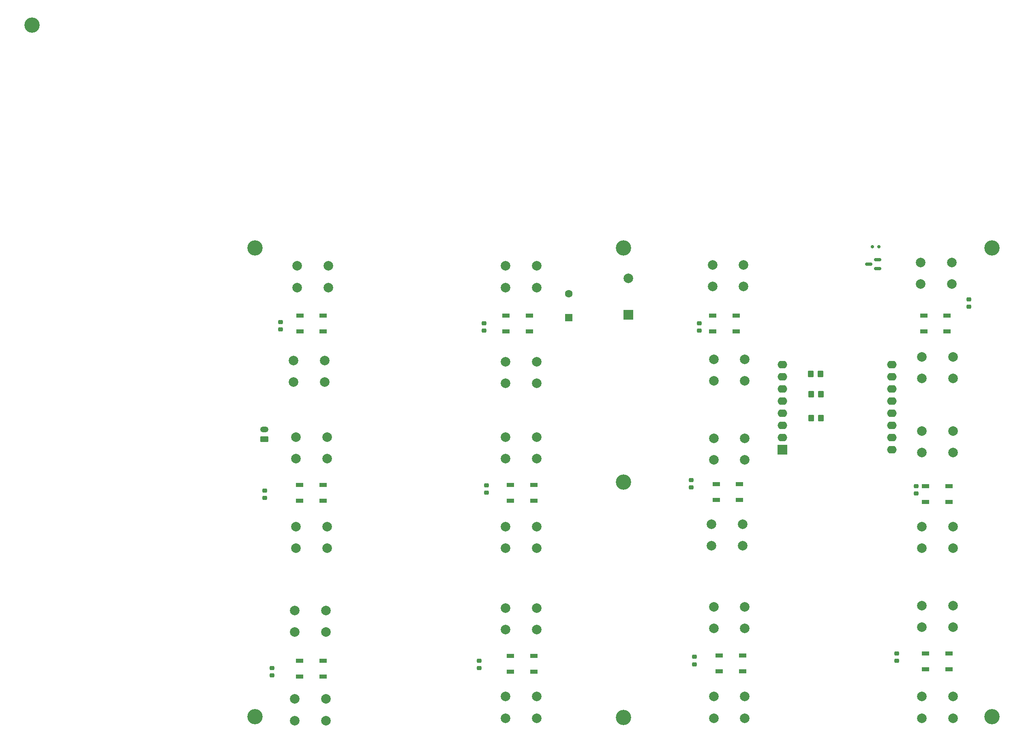
<source format=gbr>
%TF.GenerationSoftware,KiCad,Pcbnew,9.0.3-9.0.3-0~ubuntu24.04.1*%
%TF.CreationDate,2025-09-29T22:24:15+02:00*%
%TF.ProjectId,ColorMemo,436f6c6f-724d-4656-9d6f-2e6b69636164,rev?*%
%TF.SameCoordinates,Original*%
%TF.FileFunction,Soldermask,Top*%
%TF.FilePolarity,Negative*%
%FSLAX46Y46*%
G04 Gerber Fmt 4.6, Leading zero omitted, Abs format (unit mm)*
G04 Created by KiCad (PCBNEW 9.0.3-9.0.3-0~ubuntu24.04.1) date 2025-09-29 22:24:15*
%MOMM*%
%LPD*%
G01*
G04 APERTURE LIST*
G04 Aperture macros list*
%AMRoundRect*
0 Rectangle with rounded corners*
0 $1 Rounding radius*
0 $2 $3 $4 $5 $6 $7 $8 $9 X,Y pos of 4 corners*
0 Add a 4 corners polygon primitive as box body*
4,1,4,$2,$3,$4,$5,$6,$7,$8,$9,$2,$3,0*
0 Add four circle primitives for the rounded corners*
1,1,$1+$1,$2,$3*
1,1,$1+$1,$4,$5*
1,1,$1+$1,$6,$7*
1,1,$1+$1,$8,$9*
0 Add four rect primitives between the rounded corners*
20,1,$1+$1,$2,$3,$4,$5,0*
20,1,$1+$1,$4,$5,$6,$7,0*
20,1,$1+$1,$6,$7,$8,$9,0*
20,1,$1+$1,$8,$9,$2,$3,0*%
G04 Aperture macros list end*
%ADD10RoundRect,0.250000X0.625000X-0.350000X0.625000X0.350000X-0.625000X0.350000X-0.625000X-0.350000X0*%
%ADD11O,1.750000X1.200000*%
%ADD12RoundRect,0.090000X0.660000X0.360000X-0.660000X0.360000X-0.660000X-0.360000X0.660000X-0.360000X0*%
%ADD13C,2.000000*%
%ADD14RoundRect,0.225000X0.250000X-0.225000X0.250000X0.225000X-0.250000X0.225000X-0.250000X-0.225000X0*%
%ADD15C,3.200000*%
%ADD16RoundRect,0.250000X-0.350000X-0.450000X0.350000X-0.450000X0.350000X0.450000X-0.350000X0.450000X0*%
%ADD17RoundRect,0.150000X0.587500X0.150000X-0.587500X0.150000X-0.587500X-0.150000X0.587500X-0.150000X0*%
%ADD18RoundRect,0.150000X0.150000X0.200000X-0.150000X0.200000X-0.150000X-0.200000X0.150000X-0.200000X0*%
%ADD19RoundRect,0.250000X0.350000X0.450000X-0.350000X0.450000X-0.350000X-0.450000X0.350000X-0.450000X0*%
%ADD20R,2.000000X2.000000*%
%ADD21O,2.000000X1.600000*%
%ADD22RoundRect,0.250000X0.550000X-0.550000X0.550000X0.550000X-0.550000X0.550000X-0.550000X-0.550000X0*%
%ADD23C,1.600000*%
G04 APERTURE END LIST*
D10*
%TO.C,J1*%
X52000000Y-90000000D03*
D11*
X52000000Y-88000000D03*
%TD*%
D12*
%TO.C,D10*%
X108250000Y-138600000D03*
X108250000Y-135300000D03*
X103350000Y-135300000D03*
X103350000Y-138600000D03*
%TD*%
%TO.C,D7*%
X108250000Y-102850000D03*
X108250000Y-99550000D03*
X103350000Y-99550000D03*
X103350000Y-102850000D03*
%TD*%
D13*
%TO.C,SW16*%
X189350000Y-108300000D03*
X195850000Y-108300000D03*
X189350000Y-112800000D03*
X195850000Y-112800000D03*
%TD*%
D14*
%TO.C,C6*%
X141100000Y-100075000D03*
X141100000Y-98525000D03*
%TD*%
D12*
%TO.C,D1*%
X64300000Y-67450000D03*
X64300000Y-64150000D03*
X59400000Y-64150000D03*
X59400000Y-67450000D03*
%TD*%
D14*
%TO.C,C5*%
X188100000Y-101350000D03*
X188100000Y-99800000D03*
%TD*%
D15*
%TO.C,H4*%
X204000000Y-148000000D03*
%TD*%
D13*
%TO.C,SW17*%
X58350000Y-125800000D03*
X64850000Y-125800000D03*
X58350000Y-130300000D03*
X64850000Y-130300000D03*
%TD*%
D15*
%TO.C,H7*%
X3475000Y-3475000D03*
%TD*%
D14*
%TO.C,C4*%
X199100000Y-62350000D03*
X199100000Y-60800000D03*
%TD*%
D12*
%TO.C,D9*%
X64250000Y-139600000D03*
X64250000Y-136300000D03*
X59350000Y-136300000D03*
X59350000Y-139600000D03*
%TD*%
D13*
%TO.C,SW11*%
X102350000Y-89550000D03*
X108850000Y-89550000D03*
X102350000Y-94050000D03*
X108850000Y-94050000D03*
%TD*%
D16*
%TO.C,R2*%
X166150000Y-76400000D03*
X168150000Y-76400000D03*
%TD*%
D17*
%TO.C,Q1*%
X180087500Y-54350000D03*
X180087500Y-52450000D03*
X178212500Y-53400000D03*
%TD*%
D13*
%TO.C,SW12*%
X102350000Y-108300000D03*
X108850000Y-108300000D03*
X102350000Y-112800000D03*
X108850000Y-112800000D03*
%TD*%
D12*
%TO.C,D12*%
X195000000Y-138100000D03*
X195000000Y-134800000D03*
X190100000Y-134800000D03*
X190100000Y-138100000D03*
%TD*%
D13*
%TO.C,SW10*%
X58600000Y-108300000D03*
X65100000Y-108300000D03*
X58600000Y-112800000D03*
X65100000Y-112800000D03*
%TD*%
D12*
%TO.C,D5*%
X195000000Y-103100000D03*
X195000000Y-99800000D03*
X190100000Y-99800000D03*
X190100000Y-103100000D03*
%TD*%
D13*
%TO.C,SW3*%
X145600000Y-53550000D03*
X152100000Y-53550000D03*
X145600000Y-58050000D03*
X152100000Y-58050000D03*
%TD*%
%TO.C,SW15*%
X189350000Y-88300000D03*
X195850000Y-88300000D03*
X189350000Y-92800000D03*
X195850000Y-92800000D03*
%TD*%
%TO.C,SW19*%
X102350000Y-125300000D03*
X108850000Y-125300000D03*
X102350000Y-129800000D03*
X108850000Y-129800000D03*
%TD*%
%TO.C,SW13*%
X145850000Y-89800000D03*
X152350000Y-89800000D03*
X145850000Y-94300000D03*
X152350000Y-94300000D03*
%TD*%
D15*
%TO.C,H2*%
X50000000Y-50000000D03*
%TD*%
%TO.C,H5*%
X127000000Y-99000000D03*
%TD*%
D14*
%TO.C,C8*%
X52100000Y-102300000D03*
X52100000Y-100750000D03*
%TD*%
%TO.C,C3*%
X142850000Y-67350000D03*
X142850000Y-65800000D03*
%TD*%
%TO.C,C1*%
X55350000Y-67075000D03*
X55350000Y-65525000D03*
%TD*%
D15*
%TO.C,H6*%
X127000000Y-148200000D03*
%TD*%
%TO.C,H8*%
X127000000Y-50000000D03*
%TD*%
D13*
%TO.C,SW23*%
X189350000Y-124800000D03*
X195850000Y-124800000D03*
X189350000Y-129300000D03*
X195850000Y-129300000D03*
%TD*%
%TO.C,SW20*%
X102350000Y-143800000D03*
X108850000Y-143800000D03*
X102350000Y-148300000D03*
X108850000Y-148300000D03*
%TD*%
%TO.C,SW22*%
X145850000Y-143800000D03*
X152350000Y-143800000D03*
X145850000Y-148300000D03*
X152350000Y-148300000D03*
%TD*%
D14*
%TO.C,C7*%
X98350000Y-101200000D03*
X98350000Y-99650000D03*
%TD*%
D13*
%TO.C,SW14*%
X145350000Y-107800000D03*
X151850000Y-107800000D03*
X145350000Y-112300000D03*
X151850000Y-112300000D03*
%TD*%
D18*
%TO.C,D13*%
X178950000Y-49800000D03*
X180350000Y-49800000D03*
%TD*%
D13*
%TO.C,SW4*%
X189100000Y-53050000D03*
X195600000Y-53050000D03*
X189100000Y-57550000D03*
X195600000Y-57550000D03*
%TD*%
D14*
%TO.C,C12*%
X184100000Y-136300000D03*
X184100000Y-134750000D03*
%TD*%
D13*
%TO.C,SW9*%
X58600000Y-89550000D03*
X65100000Y-89550000D03*
X58600000Y-94050000D03*
X65100000Y-94050000D03*
%TD*%
%TO.C,SW5*%
X64600000Y-78050000D03*
X58100000Y-78050000D03*
X64600000Y-73550000D03*
X58100000Y-73550000D03*
%TD*%
D14*
%TO.C,C10*%
X96850000Y-137850000D03*
X96850000Y-136300000D03*
%TD*%
D12*
%TO.C,D4*%
X194600000Y-67450000D03*
X194600000Y-64150000D03*
X189700000Y-64150000D03*
X189700000Y-67450000D03*
%TD*%
%TO.C,D11*%
X151850000Y-138550000D03*
X151850000Y-135250000D03*
X146950000Y-135250000D03*
X146950000Y-138550000D03*
%TD*%
D13*
%TO.C,SW2*%
X102350000Y-53800000D03*
X108850000Y-53800000D03*
X102350000Y-58300000D03*
X108850000Y-58300000D03*
%TD*%
D14*
%TO.C,C9*%
X53600000Y-139350000D03*
X53600000Y-137800000D03*
%TD*%
D13*
%TO.C,SW24*%
X189350000Y-143800000D03*
X195850000Y-143800000D03*
X189350000Y-148300000D03*
X195850000Y-148300000D03*
%TD*%
%TO.C,SW8*%
X195850000Y-77300000D03*
X189350000Y-77300000D03*
X195850000Y-72800000D03*
X189350000Y-72800000D03*
%TD*%
D16*
%TO.C,R1*%
X166200000Y-80600000D03*
X168200000Y-80600000D03*
%TD*%
D14*
%TO.C,C11*%
X141850000Y-137050000D03*
X141850000Y-135500000D03*
%TD*%
D12*
%TO.C,D8*%
X64250000Y-102850000D03*
X64250000Y-99550000D03*
X59350000Y-99550000D03*
X59350000Y-102850000D03*
%TD*%
D13*
%TO.C,SW6*%
X108850000Y-78300000D03*
X102350000Y-78300000D03*
X108850000Y-73800000D03*
X102350000Y-73800000D03*
%TD*%
D15*
%TO.C,H3*%
X204000000Y-50000000D03*
%TD*%
D13*
%TO.C,SW21*%
X145850000Y-125050000D03*
X152350000Y-125050000D03*
X145850000Y-129550000D03*
X152350000Y-129550000D03*
%TD*%
D14*
%TO.C,C2*%
X97850000Y-67300000D03*
X97850000Y-65750000D03*
%TD*%
D12*
%TO.C,D3*%
X150550000Y-67450000D03*
X150550000Y-64150000D03*
X145650000Y-64150000D03*
X145650000Y-67450000D03*
%TD*%
D15*
%TO.C,H1*%
X50000000Y-148000000D03*
%TD*%
D13*
%TO.C,SW7*%
X152350000Y-77800000D03*
X145850000Y-77800000D03*
X152350000Y-73300000D03*
X145850000Y-73300000D03*
%TD*%
D12*
%TO.C,D6*%
X151250000Y-102700000D03*
X151250000Y-99400000D03*
X146350000Y-99400000D03*
X146350000Y-102700000D03*
%TD*%
D13*
%TO.C,SW18*%
X58350000Y-144300000D03*
X64850000Y-144300000D03*
X58350000Y-148800000D03*
X64850000Y-148800000D03*
%TD*%
%TO.C,SW1*%
X58850000Y-53800000D03*
X65350000Y-53800000D03*
X58850000Y-58300000D03*
X65350000Y-58300000D03*
%TD*%
D19*
%TO.C,R3*%
X168200000Y-85600000D03*
X166200000Y-85600000D03*
%TD*%
D12*
%TO.C,D2*%
X107350000Y-67450000D03*
X107350000Y-64150000D03*
X102450000Y-64150000D03*
X102450000Y-67450000D03*
%TD*%
D20*
%TO.C,U1*%
X160155000Y-92190000D03*
D21*
X160155000Y-89650000D03*
X160155000Y-87110000D03*
X160155000Y-84570000D03*
X160155000Y-82030000D03*
X160155000Y-79490000D03*
X160155000Y-76950000D03*
X160155000Y-74410000D03*
X183015000Y-74410000D03*
X183015000Y-76950000D03*
X183015000Y-79490000D03*
X183015000Y-82030000D03*
X183015000Y-84570000D03*
X183015000Y-87110000D03*
X183015000Y-89650000D03*
X183015000Y-92190000D03*
%TD*%
D20*
%TO.C,BZ1*%
X128000000Y-64000000D03*
D13*
X128000000Y-56400000D03*
%TD*%
D22*
%TO.C,C13*%
X115600000Y-64600000D03*
D23*
X115600000Y-59600000D03*
%TD*%
M02*

</source>
